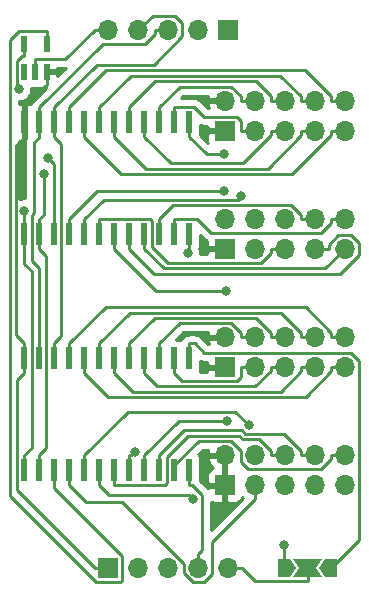
<source format=gtl>
%TF.GenerationSoftware,KiCad,Pcbnew,(5.1.6-0-10_14)*%
%TF.CreationDate,2020-09-10T15:49:12+09:00*%
%TF.ProjectId,qPCR-photo_mux_CD74HC4067M96,71504352-2d70-4686-9f74-6f5f6d75785f,rev?*%
%TF.SameCoordinates,Original*%
%TF.FileFunction,Copper,L1,Top*%
%TF.FilePolarity,Positive*%
%FSLAX46Y46*%
G04 Gerber Fmt 4.6, Leading zero omitted, Abs format (unit mm)*
G04 Created by KiCad (PCBNEW (5.1.6-0-10_14)) date 2020-09-10 15:49:12*
%MOMM*%
%LPD*%
G01*
G04 APERTURE LIST*
%TA.AperFunction,ComponentPad*%
%ADD10O,1.700000X1.700000*%
%TD*%
%TA.AperFunction,ComponentPad*%
%ADD11R,1.700000X1.700000*%
%TD*%
%TA.AperFunction,SMDPad,CuDef*%
%ADD12C,0.100000*%
%TD*%
%TA.AperFunction,Conductor*%
%ADD13C,0.100000*%
%TD*%
%TA.AperFunction,SMDPad,CuDef*%
%ADD14R,0.558800X1.879600*%
%TD*%
%TA.AperFunction,SMDPad,CuDef*%
%ADD15R,0.558800X1.473200*%
%TD*%
%TA.AperFunction,ViaPad*%
%ADD16C,0.800000*%
%TD*%
%TA.AperFunction,Conductor*%
%ADD17C,0.250000*%
%TD*%
%TA.AperFunction,Conductor*%
%ADD18C,0.254000*%
%TD*%
G04 APERTURE END LIST*
D10*
%TO.P,J1,5*%
%TO.N,PD_MUX_OUT*%
X103298000Y-110000000D03*
%TO.P,J1,4*%
%TO.N,VCC_LOGIC*%
X100758000Y-110000000D03*
%TO.P,J1,3*%
%TO.N,-10V*%
X98218000Y-110000000D03*
%TO.P,J1,2*%
%TO.N,+10V*%
X95678000Y-110000000D03*
D11*
%TO.P,J1,1*%
%TO.N,GND*%
X93138000Y-110000000D03*
%TD*%
%TO.P,J2,1*%
%TO.N,ADDRESSA3*%
X103298000Y-64440000D03*
D10*
%TO.P,J2,2*%
%TO.N,ADDRESSA2*%
X100758000Y-64440000D03*
%TO.P,J2,3*%
%TO.N,ADDRESSA1*%
X98218000Y-64440000D03*
%TO.P,J2,4*%
%TO.N,ADDRESSA0*%
X95678000Y-64440000D03*
%TO.P,J2,5*%
%TO.N,MUX_SELECT*%
X93138000Y-64440000D03*
%TD*%
%TA.AperFunction,SMDPad,CuDef*%
D12*
%TO.P,JP1,1*%
%TO.N,/PD_MUX_OUT1*%
G36*
X109000000Y-110000000D02*
G01*
X108500000Y-110750000D01*
X107500000Y-110750000D01*
X107500000Y-109250000D01*
X108500000Y-109250000D01*
X109000000Y-110000000D01*
G37*
%TD.AperFunction*%
%TA.AperFunction,Conductor*%
D13*
%TD*%
%TO.N,PD_MUX_OUT*%
%TO.C,JP1*%
G36*
X110700000Y-110000000D02*
G01*
X111200000Y-110750000D01*
X108800000Y-110750000D01*
X109300000Y-110000000D01*
X108800000Y-109250000D01*
X111200000Y-109250000D01*
X110700000Y-110000000D01*
G37*
%TD.AperFunction*%
%TA.AperFunction,SMDPad,CuDef*%
D12*
%TO.P,JP1,3*%
%TO.N,/PD_MUX_OUT2*%
G36*
X111000000Y-110000000D02*
G01*
X111500000Y-109250000D01*
X112500000Y-109250000D01*
X112500000Y-110750000D01*
X111500000Y-110750000D01*
X111000000Y-110000000D01*
G37*
%TD.AperFunction*%
%TD*%
D10*
%TO.P,N_PD1,10*%
%TO.N,N_PD1_OUT1*%
X113160000Y-70460000D03*
%TO.P,N_PD1,9*%
%TO.N,N_PD1_OUT2*%
X113160000Y-73000000D03*
%TO.P,N_PD1,8*%
%TO.N,N_PD1_OUT3*%
X110620000Y-70460000D03*
%TO.P,N_PD1,7*%
%TO.N,N_PD1_OUT4*%
X110620000Y-73000000D03*
%TO.P,N_PD1,6*%
%TO.N,N_PD1_OUT5*%
X108080000Y-70460000D03*
%TO.P,N_PD1,5*%
%TO.N,N_PD1_OUT6*%
X108080000Y-73000000D03*
%TO.P,N_PD1,4*%
%TO.N,N_PD1_OUT7*%
X105540000Y-70460000D03*
%TO.P,N_PD1,3*%
%TO.N,N_PD1_OUT8*%
X105540000Y-73000000D03*
%TO.P,N_PD1,2*%
%TO.N,GND*%
X103000000Y-70460000D03*
D11*
%TO.P,N_PD1,1*%
X103000000Y-73000000D03*
%TD*%
%TO.P,N_PD2,1*%
%TO.N,GND*%
X103000000Y-83000000D03*
D10*
%TO.P,N_PD2,2*%
X103000000Y-80460000D03*
%TO.P,N_PD2,3*%
%TO.N,N_PD1_OUT16*%
X105540000Y-83000000D03*
%TO.P,N_PD2,4*%
%TO.N,N_PD1_OUT15*%
X105540000Y-80460000D03*
%TO.P,N_PD2,5*%
%TO.N,N_PD1_OUT14*%
X108080000Y-83000000D03*
%TO.P,N_PD2,6*%
%TO.N,N_PD1_OUT13*%
X108080000Y-80460000D03*
%TO.P,N_PD2,7*%
%TO.N,N_PD1_OUT12*%
X110620000Y-83000000D03*
%TO.P,N_PD2,8*%
%TO.N,N_PD1_OUT10*%
X110620000Y-80460000D03*
%TO.P,N_PD2,9*%
%TO.N,N_PD1_OUT11*%
X113160000Y-83000000D03*
%TO.P,N_PD2,10*%
%TO.N,N_PD1_OUT9*%
X113160000Y-80460000D03*
%TD*%
D11*
%TO.P,S_PD1,1*%
%TO.N,GND*%
X103000000Y-93000000D03*
D10*
%TO.P,S_PD1,2*%
X103000000Y-90460000D03*
%TO.P,S_PD1,3*%
%TO.N,S_PD1_OUT8*%
X105540000Y-93000000D03*
%TO.P,S_PD1,4*%
%TO.N,S_PD1_OUT7*%
X105540000Y-90460000D03*
%TO.P,S_PD1,5*%
%TO.N,S_PD1_OUT6*%
X108080000Y-93000000D03*
%TO.P,S_PD1,6*%
%TO.N,S_PD1_OUT5*%
X108080000Y-90460000D03*
%TO.P,S_PD1,7*%
%TO.N,S_PD1_OUT4*%
X110620000Y-93000000D03*
%TO.P,S_PD1,8*%
%TO.N,S_PD1_OUT3*%
X110620000Y-90460000D03*
%TO.P,S_PD1,9*%
%TO.N,S_PD1_OUT2*%
X113160000Y-93000000D03*
%TO.P,S_PD1,10*%
%TO.N,S_PD1_OUT1*%
X113160000Y-90460000D03*
%TD*%
%TO.P,S_PD2,10*%
%TO.N,S_PD1_OUT9*%
X113160000Y-100460000D03*
%TO.P,S_PD2,9*%
%TO.N,S_PD1_OUT11*%
X113160000Y-103000000D03*
%TO.P,S_PD2,8*%
%TO.N,S_PD1_OUT10*%
X110620000Y-100460000D03*
%TO.P,S_PD2,7*%
%TO.N,S_PD1_OUT12*%
X110620000Y-103000000D03*
%TO.P,S_PD2,6*%
%TO.N,S_PD1_OUT13*%
X108080000Y-100460000D03*
%TO.P,S_PD2,5*%
%TO.N,S_PD1_OUT14*%
X108080000Y-103000000D03*
%TO.P,S_PD2,4*%
%TO.N,S_PD1_OUT15*%
X105540000Y-100460000D03*
%TO.P,S_PD2,3*%
%TO.N,S_PD1_OUT16*%
X105540000Y-103000000D03*
%TO.P,S_PD2,2*%
%TO.N,GND*%
X103000000Y-100460000D03*
D11*
%TO.P,S_PD2,1*%
X103000000Y-103000000D03*
%TD*%
D14*
%TO.P,U1,1*%
%TO.N,/PD_MUX_OUT2*%
X99985000Y-92262900D03*
%TO.P,U1,2*%
%TO.N,S_PD1_OUT8*%
X98715000Y-92262900D03*
%TO.P,U1,3*%
%TO.N,S_PD1_OUT7*%
X97445000Y-92262900D03*
%TO.P,U1,4*%
%TO.N,S_PD1_OUT6*%
X96175000Y-92262900D03*
%TO.P,U1,5*%
%TO.N,S_PD1_OUT5*%
X94905000Y-92262900D03*
%TO.P,U1,6*%
%TO.N,S_PD1_OUT4*%
X93635000Y-92262900D03*
%TO.P,U1,7*%
%TO.N,S_PD1_OUT3*%
X92365000Y-92262900D03*
%TO.P,U1,8*%
%TO.N,S_PD1_OUT2*%
X91095000Y-92262900D03*
%TO.P,U1,9*%
%TO.N,S_PD1_OUT1*%
X89825000Y-92262900D03*
%TO.P,U1,10*%
%TO.N,ADDRESSA0*%
X88555000Y-92262900D03*
%TO.P,U1,11*%
%TO.N,ADDRESSA1*%
X87285000Y-92262900D03*
%TO.P,U1,12*%
%TO.N,GND*%
X86015000Y-92262900D03*
%TO.P,U1,13*%
%TO.N,ADDRESSA3*%
X86015000Y-101737100D03*
%TO.P,U1,14*%
%TO.N,ADDRESSA2*%
X87285000Y-101737100D03*
%TO.P,U1,15*%
%TO.N,/MUX_SELECT_INV*%
X88555000Y-101737100D03*
%TO.P,U1,16*%
%TO.N,S_PD1_OUT16*%
X89825000Y-101737100D03*
%TO.P,U1,17*%
%TO.N,S_PD1_OUT15*%
X91095000Y-101737100D03*
%TO.P,U1,18*%
%TO.N,S_PD1_OUT14*%
X92365000Y-101737100D03*
%TO.P,U1,19*%
%TO.N,S_PD1_OUT13*%
X93635000Y-101737100D03*
%TO.P,U1,20*%
%TO.N,S_PD1_OUT12*%
X94905000Y-101737100D03*
%TO.P,U1,21*%
%TO.N,S_PD1_OUT11*%
X96175000Y-101737100D03*
%TO.P,U1,22*%
%TO.N,S_PD1_OUT10*%
X97445000Y-101737100D03*
%TO.P,U1,23*%
%TO.N,S_PD1_OUT9*%
X98715000Y-101737100D03*
%TO.P,U1,24*%
%TO.N,VCC_LOGIC*%
X99985000Y-101737100D03*
%TD*%
D15*
%TO.P,U2,5*%
%TO.N,VCC_LOGIC*%
X85999999Y-65612400D03*
%TO.P,U2,4*%
%TO.N,/MUX_SELECT_INV*%
X87900001Y-65612400D03*
%TO.P,U2,3*%
%TO.N,GND*%
X87900001Y-68000000D03*
%TO.P,U2,2*%
%TO.N,MUX_SELECT*%
X86950000Y-68000000D03*
%TO.P,U2,1*%
%TO.N,Net-(U2-Pad1)*%
X85999999Y-68000000D03*
%TD*%
D14*
%TO.P,U3,24*%
%TO.N,VCC_LOGIC*%
X99985000Y-81737100D03*
%TO.P,U3,23*%
%TO.N,N_PD1_OUT9*%
X98715000Y-81737100D03*
%TO.P,U3,22*%
%TO.N,N_PD1_OUT10*%
X97445000Y-81737100D03*
%TO.P,U3,21*%
%TO.N,N_PD1_OUT11*%
X96175000Y-81737100D03*
%TO.P,U3,20*%
%TO.N,N_PD1_OUT12*%
X94905000Y-81737100D03*
%TO.P,U3,19*%
%TO.N,N_PD1_OUT13*%
X93635000Y-81737100D03*
%TO.P,U3,18*%
%TO.N,N_PD1_OUT14*%
X92365000Y-81737100D03*
%TO.P,U3,17*%
%TO.N,N_PD1_OUT15*%
X91095000Y-81737100D03*
%TO.P,U3,16*%
%TO.N,N_PD1_OUT16*%
X89825000Y-81737100D03*
%TO.P,U3,15*%
%TO.N,MUX_SELECT*%
X88555000Y-81737100D03*
%TO.P,U3,14*%
%TO.N,ADDRESSA2*%
X87285000Y-81737100D03*
%TO.P,U3,13*%
%TO.N,ADDRESSA3*%
X86015000Y-81737100D03*
%TO.P,U3,12*%
%TO.N,GND*%
X86015000Y-72262900D03*
%TO.P,U3,11*%
%TO.N,ADDRESSA1*%
X87285000Y-72262900D03*
%TO.P,U3,10*%
%TO.N,ADDRESSA0*%
X88555000Y-72262900D03*
%TO.P,U3,9*%
%TO.N,N_PD1_OUT1*%
X89825000Y-72262900D03*
%TO.P,U3,8*%
%TO.N,N_PD1_OUT2*%
X91095000Y-72262900D03*
%TO.P,U3,7*%
%TO.N,N_PD1_OUT3*%
X92365000Y-72262900D03*
%TO.P,U3,6*%
%TO.N,N_PD1_OUT4*%
X93635000Y-72262900D03*
%TO.P,U3,5*%
%TO.N,N_PD1_OUT5*%
X94905000Y-72262900D03*
%TO.P,U3,4*%
%TO.N,N_PD1_OUT6*%
X96175000Y-72262900D03*
%TO.P,U3,3*%
%TO.N,N_PD1_OUT7*%
X97445000Y-72262900D03*
%TO.P,U3,2*%
%TO.N,N_PD1_OUT8*%
X98715000Y-72262900D03*
%TO.P,U3,1*%
%TO.N,/PD_MUX_OUT1*%
X99985000Y-72262900D03*
%TD*%
D16*
%TO.N,VCC_LOGIC*%
X85563500Y-69465700D03*
X99891700Y-83363600D03*
%TO.N,ADDRESSA3*%
X86015000Y-79753000D03*
%TO.N,ADDRESSA2*%
X87648700Y-76630100D03*
%TO.N,MUX_SELECT*%
X88049500Y-75273000D03*
%TO.N,/PD_MUX_OUT1*%
X108000000Y-108091900D03*
X102911600Y-74997400D03*
%TO.N,N_PD1_OUT16*%
X102884600Y-78088300D03*
%TO.N,N_PD1_OUT15*%
X104342700Y-78558000D03*
%TO.N,N_PD1_OUT13*%
X103115200Y-86557400D03*
%TO.N,S_PD1_OUT11*%
X103181500Y-97563500D03*
%TO.N,S_PD1_OUT12*%
X95386900Y-100173300D03*
%TO.N,S_PD1_OUT14*%
X100328400Y-104139000D03*
%TO.N,S_PD1_OUT15*%
X105014300Y-97926700D03*
%TD*%
D17*
%TO.N,PD_MUX_OUT*%
X103298000Y-110000000D02*
X104473300Y-110000000D01*
X110000000Y-110000000D02*
X110000000Y-111075300D01*
X110000000Y-111075300D02*
X105548600Y-111075300D01*
X105548600Y-111075300D02*
X104473300Y-110000000D01*
%TO.N,VCC_LOGIC*%
X100758000Y-110000000D02*
X100758000Y-108824700D01*
X100758000Y-108824700D02*
X101053700Y-108529000D01*
X101053700Y-108529000D02*
X101053700Y-103838500D01*
X101053700Y-103838500D02*
X100217400Y-103002200D01*
X100217400Y-103002200D02*
X99985000Y-103002200D01*
X99985000Y-101737100D02*
X99985000Y-103002200D01*
X86000000Y-66674300D02*
X85848700Y-66674300D01*
X85848700Y-66674300D02*
X85395300Y-67127700D01*
X85395300Y-67127700D02*
X85395300Y-69297500D01*
X85395300Y-69297500D02*
X85563500Y-69465700D01*
X86000000Y-65612400D02*
X86000000Y-66674300D01*
X99985000Y-81737100D02*
X99985000Y-83002200D01*
X99985000Y-83002200D02*
X99891700Y-83095500D01*
X99891700Y-83095500D02*
X99891700Y-83363600D01*
%TO.N,GND*%
X86015000Y-72262900D02*
X86015000Y-70997800D01*
X86015000Y-70997800D02*
X87900000Y-69112800D01*
X87900000Y-69112800D02*
X87900000Y-68000000D01*
X86015000Y-72895400D02*
X86015000Y-72262900D01*
X86015000Y-72895400D02*
X86015000Y-73528000D01*
X86015000Y-92262900D02*
X86015000Y-90997800D01*
X86015000Y-73528000D02*
X85276900Y-74266100D01*
X85276900Y-74266100D02*
X85276900Y-90259700D01*
X85276900Y-90259700D02*
X86015000Y-90997800D01*
X93138000Y-110000000D02*
X91962700Y-110000000D01*
X86015000Y-92262900D02*
X86015000Y-93528000D01*
X86015000Y-93528000D02*
X85410200Y-94132800D01*
X85410200Y-94132800D02*
X85410200Y-103447500D01*
X85410200Y-103447500D02*
X91962700Y-110000000D01*
X103000000Y-103000000D02*
X103000000Y-100460000D01*
%TO.N,ADDRESSA3*%
X86015000Y-81737100D02*
X86015000Y-79753000D01*
X86015000Y-83002200D02*
X86015000Y-84275800D01*
X86015000Y-84275800D02*
X86624600Y-84885400D01*
X86624600Y-84885400D02*
X86624600Y-99862400D01*
X86624600Y-99862400D02*
X86015000Y-100472000D01*
X86015000Y-101737100D02*
X86015000Y-100472000D01*
X86015000Y-81737100D02*
X86015000Y-83002200D01*
%TO.N,ADDRESSA2*%
X87285000Y-81737100D02*
X87285000Y-80472000D01*
X87285000Y-81737100D02*
X87285000Y-83002200D01*
X87285000Y-83002200D02*
X87889700Y-83606900D01*
X87889700Y-83606900D02*
X87889700Y-99867300D01*
X87889700Y-99867300D02*
X87285000Y-100472000D01*
X87285000Y-101737100D02*
X87285000Y-100472000D01*
X87285000Y-80472000D02*
X87648700Y-80108300D01*
X87648700Y-80108300D02*
X87648700Y-76630100D01*
%TO.N,ADDRESSA1*%
X98218000Y-64440000D02*
X97042700Y-64440000D01*
X87285000Y-72262900D02*
X87285000Y-70997800D01*
X87285000Y-70997800D02*
X92667500Y-65615300D01*
X92667500Y-65615300D02*
X96234800Y-65615300D01*
X96234800Y-65615300D02*
X97042700Y-64807400D01*
X97042700Y-64807400D02*
X97042700Y-64440000D01*
X87285000Y-72895400D02*
X87285000Y-72262900D01*
X87285000Y-72895400D02*
X87285000Y-73528000D01*
X87285000Y-73528000D02*
X86807900Y-74005100D01*
X86807900Y-74005100D02*
X86807900Y-79986000D01*
X86807900Y-79986000D02*
X86680200Y-80113700D01*
X86680200Y-80113700D02*
X86680200Y-83985900D01*
X86680200Y-83985900D02*
X87285000Y-84590700D01*
X87285000Y-84590700D02*
X87285000Y-92262900D01*
%TO.N,ADDRESSA0*%
X88555000Y-72262900D02*
X88555000Y-70997800D01*
X88555000Y-70997800D02*
X92140100Y-67412700D01*
X92140100Y-67412700D02*
X96985900Y-67412700D01*
X96985900Y-67412700D02*
X99399000Y-64999600D01*
X99399000Y-64999600D02*
X99399000Y-63887300D01*
X99399000Y-63887300D02*
X98754500Y-63242800D01*
X98754500Y-63242800D02*
X96875200Y-63242800D01*
X96875200Y-63242800D02*
X95678000Y-64440000D01*
X88555000Y-72895400D02*
X88555000Y-72262900D01*
X88555000Y-72895400D02*
X88555000Y-73528000D01*
X88555000Y-90997800D02*
X89159700Y-90393100D01*
X89159700Y-90393100D02*
X89159700Y-74132700D01*
X89159700Y-74132700D02*
X88555000Y-73528000D01*
X88555000Y-92262900D02*
X88555000Y-90997800D01*
%TO.N,MUX_SELECT*%
X88555000Y-81737100D02*
X88555000Y-75778500D01*
X88555000Y-75778500D02*
X88049500Y-75273000D01*
X86950000Y-68000000D02*
X86950000Y-66938100D01*
X93138000Y-64440000D02*
X91962700Y-64440000D01*
X91962700Y-64440000D02*
X89464600Y-66938100D01*
X89464600Y-66938100D02*
X86950000Y-66938100D01*
%TO.N,/PD_MUX_OUT1*%
X99985000Y-72262900D02*
X99985000Y-73528000D01*
X108000000Y-108091900D02*
X108000000Y-110000000D01*
X99985000Y-73528000D02*
X101454400Y-74997400D01*
X101454400Y-74997400D02*
X102911600Y-74997400D01*
%TO.N,/PD_MUX_OUT2*%
X99985000Y-92262900D02*
X99985000Y-90997800D01*
X99985000Y-90997800D02*
X100438500Y-90997800D01*
X100438500Y-90997800D02*
X101237300Y-91796600D01*
X101237300Y-91796600D02*
X113666000Y-91796600D01*
X113666000Y-91796600D02*
X114335300Y-92465900D01*
X114335300Y-92465900D02*
X114335300Y-107664700D01*
X114335300Y-107664700D02*
X112000000Y-110000000D01*
%TO.N,N_PD1_OUT1*%
X89825000Y-70997800D02*
X92959700Y-67863100D01*
X92959700Y-67863100D02*
X109755100Y-67863100D01*
X109755100Y-67863100D02*
X111984700Y-70092700D01*
X111984700Y-70092700D02*
X111984700Y-70460000D01*
X113160000Y-70460000D02*
X111984700Y-70460000D01*
X89825000Y-72262900D02*
X89825000Y-70997800D01*
%TO.N,N_PD1_OUT2*%
X113160000Y-73000000D02*
X111984700Y-73000000D01*
X91095000Y-72262900D02*
X91095000Y-73528000D01*
X91095000Y-73528000D02*
X94238700Y-76671700D01*
X94238700Y-76671700D02*
X108680300Y-76671700D01*
X108680300Y-76671700D02*
X111984700Y-73367300D01*
X111984700Y-73367300D02*
X111984700Y-73000000D01*
%TO.N,N_PD1_OUT3*%
X92365000Y-70997800D02*
X95017100Y-68345700D01*
X95017100Y-68345700D02*
X107697700Y-68345700D01*
X107697700Y-68345700D02*
X109444700Y-70092700D01*
X109444700Y-70092700D02*
X109444700Y-70460000D01*
X110620000Y-70460000D02*
X109444700Y-70460000D01*
X92365000Y-72262900D02*
X92365000Y-70997800D01*
%TO.N,N_PD1_OUT4*%
X109444700Y-73000000D02*
X109444700Y-73367300D01*
X109444700Y-73367300D02*
X106607700Y-76204300D01*
X106607700Y-76204300D02*
X96311300Y-76204300D01*
X96311300Y-76204300D02*
X93635000Y-73528000D01*
X110620000Y-73000000D02*
X109444700Y-73000000D01*
X93635000Y-72262900D02*
X93635000Y-73528000D01*
%TO.N,N_PD1_OUT5*%
X94905000Y-70997800D02*
X97091300Y-68811500D01*
X97091300Y-68811500D02*
X105623500Y-68811500D01*
X105623500Y-68811500D02*
X106904700Y-70092700D01*
X106904700Y-70092700D02*
X106904700Y-70460000D01*
X108080000Y-70460000D02*
X106904700Y-70460000D01*
X94905000Y-72262900D02*
X94905000Y-70997800D01*
%TO.N,N_PD1_OUT6*%
X106904700Y-73000000D02*
X106904700Y-73367300D01*
X106904700Y-73367300D02*
X104524000Y-75748000D01*
X104524000Y-75748000D02*
X98395000Y-75748000D01*
X98395000Y-75748000D02*
X96175000Y-73528000D01*
X108080000Y-73000000D02*
X106904700Y-73000000D01*
X96175000Y-72262900D02*
X96175000Y-73528000D01*
%TO.N,N_PD1_OUT7*%
X105540000Y-70460000D02*
X104364700Y-70460000D01*
X97445000Y-72262900D02*
X97445000Y-70997800D01*
X97445000Y-70997800D02*
X99158100Y-69284700D01*
X99158100Y-69284700D02*
X103556800Y-69284700D01*
X103556800Y-69284700D02*
X104364700Y-70092600D01*
X104364700Y-70092600D02*
X104364700Y-70460000D01*
%TO.N,N_PD1_OUT8*%
X105540000Y-73000000D02*
X104364700Y-73000000D01*
X98715000Y-72262900D02*
X98715000Y-70997800D01*
X98715000Y-70997800D02*
X100409400Y-70997800D01*
X100409400Y-70997800D02*
X101236300Y-71824700D01*
X101236300Y-71824700D02*
X103997500Y-71824700D01*
X103997500Y-71824700D02*
X104364700Y-72191900D01*
X104364700Y-72191900D02*
X104364700Y-73000000D01*
%TO.N,N_PD1_OUT16*%
X89825000Y-80472000D02*
X92208700Y-78088300D01*
X92208700Y-78088300D02*
X102884600Y-78088300D01*
X89825000Y-81737100D02*
X89825000Y-80472000D01*
%TO.N,N_PD1_OUT15*%
X91095000Y-80472000D02*
X92732700Y-78834300D01*
X92732700Y-78834300D02*
X104066400Y-78834300D01*
X104066400Y-78834300D02*
X104342700Y-78558000D01*
X91095000Y-81737100D02*
X91095000Y-80472000D01*
%TO.N,N_PD1_OUT14*%
X108080000Y-83000000D02*
X106904700Y-83000000D01*
X92365000Y-81737100D02*
X92365000Y-80472000D01*
X92365000Y-80472000D02*
X96635800Y-80472000D01*
X96635800Y-80472000D02*
X96812000Y-80648200D01*
X96812000Y-80648200D02*
X96812000Y-82815000D01*
X96812000Y-82815000D02*
X98172300Y-84175300D01*
X98172300Y-84175300D02*
X106096800Y-84175300D01*
X106096800Y-84175300D02*
X106904700Y-83367400D01*
X106904700Y-83367400D02*
X106904700Y-83000000D01*
%TO.N,N_PD1_OUT13*%
X93635000Y-83002200D02*
X97190200Y-86557400D01*
X97190200Y-86557400D02*
X103115200Y-86557400D01*
X93635000Y-81737100D02*
X93635000Y-83002200D01*
%TO.N,N_PD1_OUT12*%
X111795300Y-83000000D02*
X111795300Y-82632600D01*
X111795300Y-82632600D02*
X112603200Y-81824700D01*
X112603200Y-81824700D02*
X113655000Y-81824700D01*
X113655000Y-81824700D02*
X114345400Y-82515100D01*
X114345400Y-82515100D02*
X114345400Y-83477900D01*
X114345400Y-83477900D02*
X112724300Y-85099000D01*
X112724300Y-85099000D02*
X97001800Y-85099000D01*
X97001800Y-85099000D02*
X94905000Y-83002200D01*
X110620000Y-83000000D02*
X111795300Y-83000000D01*
X94905000Y-81737100D02*
X94905000Y-83002200D01*
%TO.N,N_PD1_OUT10*%
X110620000Y-80460000D02*
X109444700Y-80460000D01*
X97445000Y-81737100D02*
X97445000Y-80472000D01*
X97445000Y-80472000D02*
X98632300Y-79284700D01*
X98632300Y-79284700D02*
X108636800Y-79284700D01*
X108636800Y-79284700D02*
X109444700Y-80092600D01*
X109444700Y-80092600D02*
X109444700Y-80460000D01*
%TO.N,N_PD1_OUT11*%
X113160000Y-83000000D02*
X111513800Y-84646200D01*
X111513800Y-84646200D02*
X97819000Y-84646200D01*
X97819000Y-84646200D02*
X96175000Y-83002200D01*
X96175000Y-81737100D02*
X96175000Y-83002200D01*
%TO.N,N_PD1_OUT9*%
X113160000Y-80460000D02*
X111984700Y-80460000D01*
X98715000Y-81737100D02*
X98715000Y-80472000D01*
X98715000Y-80472000D02*
X100619900Y-80472000D01*
X100619900Y-80472000D02*
X101783200Y-81635300D01*
X101783200Y-81635300D02*
X111176800Y-81635300D01*
X111176800Y-81635300D02*
X111984700Y-80827400D01*
X111984700Y-80827400D02*
X111984700Y-80460000D01*
%TO.N,S_PD1_OUT8*%
X98715000Y-92262900D02*
X98715000Y-93528000D01*
X105540000Y-93000000D02*
X104364700Y-93000000D01*
X104364700Y-93000000D02*
X104364700Y-93808100D01*
X104364700Y-93808100D02*
X103997500Y-94175300D01*
X103997500Y-94175300D02*
X99362300Y-94175300D01*
X99362300Y-94175300D02*
X98715000Y-93528000D01*
%TO.N,S_PD1_OUT7*%
X105540000Y-90460000D02*
X104364700Y-90460000D01*
X97445000Y-92262900D02*
X97445000Y-90997800D01*
X97445000Y-90997800D02*
X99158100Y-89284700D01*
X99158100Y-89284700D02*
X103556800Y-89284700D01*
X103556800Y-89284700D02*
X104364700Y-90092600D01*
X104364700Y-90092600D02*
X104364700Y-90460000D01*
%TO.N,S_PD1_OUT6*%
X96175000Y-93528000D02*
X97272600Y-94625600D01*
X97272600Y-94625600D02*
X105580400Y-94625600D01*
X105580400Y-94625600D02*
X106904700Y-93301300D01*
X106904700Y-93301300D02*
X106904700Y-93000000D01*
X108080000Y-93000000D02*
X106904700Y-93000000D01*
X96175000Y-92262900D02*
X96175000Y-93528000D01*
%TO.N,S_PD1_OUT5*%
X94905000Y-92262900D02*
X94905000Y-90997800D01*
X108080000Y-90460000D02*
X106904700Y-90460000D01*
X106904700Y-90460000D02*
X106904700Y-90097700D01*
X106904700Y-90097700D02*
X105641400Y-88834400D01*
X105641400Y-88834400D02*
X97068400Y-88834400D01*
X97068400Y-88834400D02*
X94905000Y-90997800D01*
%TO.N,S_PD1_OUT4*%
X93635000Y-93528000D02*
X95182900Y-95075900D01*
X95182900Y-95075900D02*
X107736200Y-95075900D01*
X107736200Y-95075900D02*
X109444700Y-93367400D01*
X109444700Y-93367400D02*
X109444700Y-93000000D01*
X110620000Y-93000000D02*
X109444700Y-93000000D01*
X93635000Y-92262900D02*
X93635000Y-93528000D01*
%TO.N,S_PD1_OUT3*%
X92365000Y-90997800D02*
X94978700Y-88384100D01*
X94978700Y-88384100D02*
X107736200Y-88384100D01*
X107736200Y-88384100D02*
X109444700Y-90092600D01*
X109444700Y-90092600D02*
X109444700Y-90460000D01*
X110620000Y-90460000D02*
X109444700Y-90460000D01*
X92365000Y-92262900D02*
X92365000Y-90997800D01*
%TO.N,S_PD1_OUT2*%
X91095000Y-93528000D02*
X93093200Y-95526200D01*
X93093200Y-95526200D02*
X109825900Y-95526200D01*
X109825900Y-95526200D02*
X111984700Y-93367400D01*
X111984700Y-93367400D02*
X111984700Y-93000000D01*
X113160000Y-93000000D02*
X111984700Y-93000000D01*
X91095000Y-92262900D02*
X91095000Y-93528000D01*
%TO.N,S_PD1_OUT1*%
X113160000Y-90460000D02*
X111984700Y-90460000D01*
X89825000Y-92262900D02*
X89825000Y-90997800D01*
X89825000Y-90997800D02*
X92889100Y-87933700D01*
X92889100Y-87933700D02*
X109825700Y-87933700D01*
X109825700Y-87933700D02*
X111984700Y-90092700D01*
X111984700Y-90092700D02*
X111984700Y-90460000D01*
%TO.N,S_PD1_OUT9*%
X113160000Y-100460000D02*
X111984700Y-100460000D01*
X98715000Y-101737100D02*
X98715000Y-101323000D01*
X98715000Y-101323000D02*
X100789700Y-99248300D01*
X100789700Y-99248300D02*
X103526600Y-99248300D01*
X103526600Y-99248300D02*
X104364600Y-100086300D01*
X104364600Y-100086300D02*
X104364600Y-101010900D01*
X104364600Y-101010900D02*
X104989000Y-101635300D01*
X104989000Y-101635300D02*
X111176800Y-101635300D01*
X111176800Y-101635300D02*
X111984700Y-100827400D01*
X111984700Y-100827400D02*
X111984700Y-100460000D01*
%TO.N,S_PD1_OUT11*%
X96175000Y-101737100D02*
X96175000Y-100472000D01*
X96175000Y-100472000D02*
X99083500Y-97563500D01*
X99083500Y-97563500D02*
X103181500Y-97563500D01*
%TO.N,S_PD1_OUT10*%
X97445000Y-100472000D02*
X99569400Y-98347600D01*
X99569400Y-98347600D02*
X104409500Y-98347600D01*
X104409500Y-98347600D02*
X104713900Y-98652000D01*
X104713900Y-98652000D02*
X108004100Y-98652000D01*
X108004100Y-98652000D02*
X109444700Y-100092600D01*
X109444700Y-100092600D02*
X109444700Y-100460000D01*
X110620000Y-100460000D02*
X109444700Y-100460000D01*
X97445000Y-101737100D02*
X97445000Y-100472000D01*
%TO.N,S_PD1_OUT12*%
X94905000Y-101737100D02*
X94905000Y-100472000D01*
X94905000Y-100472000D02*
X95088200Y-100472000D01*
X95088200Y-100472000D02*
X95386900Y-100173300D01*
%TO.N,S_PD1_OUT13*%
X93635000Y-103002200D02*
X97905800Y-103002200D01*
X97905800Y-103002200D02*
X98082000Y-102826000D01*
X98082000Y-102826000D02*
X98082000Y-100628900D01*
X98082000Y-100628900D02*
X99913000Y-98797900D01*
X99913000Y-98797900D02*
X104222900Y-98797900D01*
X104222900Y-98797900D02*
X104527300Y-99102300D01*
X104527300Y-99102300D02*
X105914300Y-99102300D01*
X105914300Y-99102300D02*
X106904700Y-100092700D01*
X106904700Y-100092700D02*
X106904700Y-100460000D01*
X108080000Y-100460000D02*
X106904700Y-100460000D01*
X93635000Y-101737100D02*
X93635000Y-103002200D01*
%TO.N,S_PD1_OUT14*%
X92365000Y-101737100D02*
X92365000Y-103002200D01*
X92365000Y-103002200D02*
X93161400Y-103798600D01*
X93161400Y-103798600D02*
X99988000Y-103798600D01*
X99988000Y-103798600D02*
X100328400Y-104139000D01*
%TO.N,S_PD1_OUT15*%
X91095000Y-101737100D02*
X91095000Y-100472000D01*
X91095000Y-100472000D02*
X94787500Y-96779500D01*
X94787500Y-96779500D02*
X103867100Y-96779500D01*
X103867100Y-96779500D02*
X105014300Y-97926700D01*
%TO.N,S_PD1_OUT16*%
X89825000Y-103002200D02*
X91231000Y-104408200D01*
X91231000Y-104408200D02*
X94299200Y-104408200D01*
X94299200Y-104408200D02*
X99534600Y-109643600D01*
X99534600Y-109643600D02*
X99534600Y-110443500D01*
X99534600Y-110443500D02*
X100314100Y-111223000D01*
X100314100Y-111223000D02*
X101264500Y-111223000D01*
X101264500Y-111223000D02*
X101943600Y-110543900D01*
X101943600Y-110543900D02*
X101943600Y-107771700D01*
X101943600Y-107771700D02*
X105540000Y-104175300D01*
X105540000Y-103000000D02*
X105540000Y-104175300D01*
X89825000Y-101737100D02*
X89825000Y-103002200D01*
%TO.N,/MUX_SELECT_INV*%
X87900000Y-64550500D02*
X85585700Y-64550500D01*
X85585700Y-64550500D02*
X84826500Y-65309700D01*
X84826500Y-65309700D02*
X84826500Y-103902900D01*
X84826500Y-103902900D02*
X92099000Y-111175400D01*
X92099000Y-111175400D02*
X94169100Y-111175400D01*
X94169100Y-111175400D02*
X94313400Y-111031100D01*
X94313400Y-111031100D02*
X94313400Y-108977500D01*
X94313400Y-108977500D02*
X88555000Y-103219100D01*
X88555000Y-103219100D02*
X88555000Y-101737100D01*
X87900000Y-65612400D02*
X87900000Y-64550500D01*
%TD*%
D18*
%TO.N,GND*%
G36*
X93265000Y-109873000D02*
G01*
X93285000Y-109873000D01*
X93285000Y-110127000D01*
X93265000Y-110127000D01*
X93265000Y-110147000D01*
X93011000Y-110147000D01*
X93011000Y-110127000D01*
X92991000Y-110127000D01*
X92991000Y-109873000D01*
X93011000Y-109873000D01*
X93011000Y-109853000D01*
X93265000Y-109853000D01*
X93265000Y-109873000D01*
G37*
X93265000Y-109873000D02*
X93285000Y-109873000D01*
X93285000Y-110127000D01*
X93265000Y-110127000D01*
X93265000Y-110147000D01*
X93011000Y-110147000D01*
X93011000Y-110127000D01*
X92991000Y-110127000D01*
X92991000Y-109873000D01*
X93011000Y-109873000D01*
X93011000Y-109853000D01*
X93265000Y-109853000D01*
X93265000Y-109873000D01*
G36*
X101558519Y-100103109D02*
G01*
X101679186Y-100333000D01*
X102873000Y-100333000D01*
X102873000Y-100313000D01*
X103127000Y-100313000D01*
X103127000Y-100333000D01*
X103147000Y-100333000D01*
X103147000Y-100587000D01*
X103127000Y-100587000D01*
X103127000Y-102873000D01*
X103147000Y-102873000D01*
X103147000Y-103127000D01*
X103127000Y-103127000D01*
X103127000Y-104326250D01*
X103285750Y-104485000D01*
X103850000Y-104488072D01*
X103974482Y-104475812D01*
X104094180Y-104439502D01*
X104204494Y-104380537D01*
X104301185Y-104301185D01*
X104380537Y-104204494D01*
X104439502Y-104094180D01*
X104461513Y-104021620D01*
X104540196Y-104100303D01*
X101813700Y-106826799D01*
X101813700Y-104390262D01*
X101905820Y-104439502D01*
X102025518Y-104475812D01*
X102150000Y-104488072D01*
X102714250Y-104485000D01*
X102873000Y-104326250D01*
X102873000Y-103127000D01*
X101673750Y-103127000D01*
X101545376Y-103255374D01*
X100902472Y-102612471D01*
X100902472Y-102150000D01*
X101511928Y-102150000D01*
X101515000Y-102714250D01*
X101673750Y-102873000D01*
X102873000Y-102873000D01*
X102873000Y-100587000D01*
X101679186Y-100587000D01*
X101558519Y-100816891D01*
X101655843Y-101091252D01*
X101804822Y-101341355D01*
X101981626Y-101537502D01*
X101905820Y-101560498D01*
X101795506Y-101619463D01*
X101698815Y-101698815D01*
X101619463Y-101795506D01*
X101560498Y-101905820D01*
X101524188Y-102025518D01*
X101511928Y-102150000D01*
X100902472Y-102150000D01*
X100902472Y-100797300D01*
X100890212Y-100672818D01*
X100853902Y-100553120D01*
X100794937Y-100442806D01*
X100738619Y-100374182D01*
X101104502Y-100008300D01*
X101592151Y-100008300D01*
X101558519Y-100103109D01*
G37*
X101558519Y-100103109D02*
X101679186Y-100333000D01*
X102873000Y-100333000D01*
X102873000Y-100313000D01*
X103127000Y-100313000D01*
X103127000Y-100333000D01*
X103147000Y-100333000D01*
X103147000Y-100587000D01*
X103127000Y-100587000D01*
X103127000Y-102873000D01*
X103147000Y-102873000D01*
X103147000Y-103127000D01*
X103127000Y-103127000D01*
X103127000Y-104326250D01*
X103285750Y-104485000D01*
X103850000Y-104488072D01*
X103974482Y-104475812D01*
X104094180Y-104439502D01*
X104204494Y-104380537D01*
X104301185Y-104301185D01*
X104380537Y-104204494D01*
X104439502Y-104094180D01*
X104461513Y-104021620D01*
X104540196Y-104100303D01*
X101813700Y-106826799D01*
X101813700Y-104390262D01*
X101905820Y-104439502D01*
X102025518Y-104475812D01*
X102150000Y-104488072D01*
X102714250Y-104485000D01*
X102873000Y-104326250D01*
X102873000Y-103127000D01*
X101673750Y-103127000D01*
X101545376Y-103255374D01*
X100902472Y-102612471D01*
X100902472Y-102150000D01*
X101511928Y-102150000D01*
X101515000Y-102714250D01*
X101673750Y-102873000D01*
X102873000Y-102873000D01*
X102873000Y-100587000D01*
X101679186Y-100587000D01*
X101558519Y-100816891D01*
X101655843Y-101091252D01*
X101804822Y-101341355D01*
X101981626Y-101537502D01*
X101905820Y-101560498D01*
X101795506Y-101619463D01*
X101698815Y-101698815D01*
X101619463Y-101795506D01*
X101560498Y-101905820D01*
X101524188Y-102025518D01*
X101511928Y-102150000D01*
X100902472Y-102150000D01*
X100902472Y-100797300D01*
X100890212Y-100672818D01*
X100853902Y-100553120D01*
X100794937Y-100442806D01*
X100738619Y-100374182D01*
X101104502Y-100008300D01*
X101592151Y-100008300D01*
X101558519Y-100103109D01*
G36*
X100945053Y-92502146D02*
G01*
X101088314Y-92545603D01*
X101199967Y-92556600D01*
X101199975Y-92556600D01*
X101237300Y-92560276D01*
X101274625Y-92556600D01*
X101514142Y-92556600D01*
X101515000Y-92714250D01*
X101673750Y-92873000D01*
X102873000Y-92873000D01*
X102873000Y-92853000D01*
X103127000Y-92853000D01*
X103127000Y-92873000D01*
X103147000Y-92873000D01*
X103147000Y-93127000D01*
X103127000Y-93127000D01*
X103127000Y-93147000D01*
X102873000Y-93147000D01*
X102873000Y-93127000D01*
X101673750Y-93127000D01*
X101515000Y-93285750D01*
X101514295Y-93415300D01*
X100863482Y-93415300D01*
X100890212Y-93327182D01*
X100902472Y-93202700D01*
X100902472Y-92479386D01*
X100945053Y-92502146D01*
G37*
X100945053Y-92502146D02*
X101088314Y-92545603D01*
X101199967Y-92556600D01*
X101199975Y-92556600D01*
X101237300Y-92560276D01*
X101274625Y-92556600D01*
X101514142Y-92556600D01*
X101515000Y-92714250D01*
X101673750Y-92873000D01*
X102873000Y-92873000D01*
X102873000Y-92853000D01*
X103127000Y-92853000D01*
X103127000Y-92873000D01*
X103147000Y-92873000D01*
X103147000Y-93127000D01*
X103127000Y-93127000D01*
X103127000Y-93147000D01*
X102873000Y-93147000D01*
X102873000Y-93127000D01*
X101673750Y-93127000D01*
X101515000Y-93285750D01*
X101514295Y-93415300D01*
X100863482Y-93415300D01*
X100890212Y-93327182D01*
X100902472Y-93202700D01*
X100902472Y-92479386D01*
X100945053Y-92502146D01*
G36*
X101558519Y-90103109D02*
G01*
X101679186Y-90333000D01*
X102873000Y-90333000D01*
X102873000Y-90313000D01*
X103127000Y-90313000D01*
X103127000Y-90333000D01*
X103147000Y-90333000D01*
X103147000Y-90587000D01*
X103127000Y-90587000D01*
X103127000Y-90607000D01*
X102873000Y-90607000D01*
X102873000Y-90587000D01*
X101679186Y-90587000D01*
X101558519Y-90816891D01*
X101636456Y-91036600D01*
X101552102Y-91036600D01*
X101002303Y-90486802D01*
X100978501Y-90457799D01*
X100862776Y-90362826D01*
X100730747Y-90292254D01*
X100587486Y-90248797D01*
X100475833Y-90237800D01*
X100475822Y-90237800D01*
X100438500Y-90234124D01*
X100401178Y-90237800D01*
X100022333Y-90237800D01*
X99985000Y-90234123D01*
X99947667Y-90237800D01*
X99836014Y-90248797D01*
X99692753Y-90292254D01*
X99560724Y-90362826D01*
X99444999Y-90457799D01*
X99350026Y-90573524D01*
X99279454Y-90705553D01*
X99266431Y-90748485D01*
X99238580Y-90733598D01*
X99118882Y-90697288D01*
X98994400Y-90685028D01*
X98832573Y-90685028D01*
X99472902Y-90044700D01*
X101579238Y-90044700D01*
X101558519Y-90103109D01*
G37*
X101558519Y-90103109D02*
X101679186Y-90333000D01*
X102873000Y-90333000D01*
X102873000Y-90313000D01*
X103127000Y-90313000D01*
X103127000Y-90333000D01*
X103147000Y-90333000D01*
X103147000Y-90587000D01*
X103127000Y-90587000D01*
X103127000Y-90607000D01*
X102873000Y-90607000D01*
X102873000Y-90587000D01*
X101679186Y-90587000D01*
X101558519Y-90816891D01*
X101636456Y-91036600D01*
X101552102Y-91036600D01*
X101002303Y-90486802D01*
X100978501Y-90457799D01*
X100862776Y-90362826D01*
X100730747Y-90292254D01*
X100587486Y-90248797D01*
X100475833Y-90237800D01*
X100475822Y-90237800D01*
X100438500Y-90234124D01*
X100401178Y-90237800D01*
X100022333Y-90237800D01*
X99985000Y-90234123D01*
X99947667Y-90237800D01*
X99836014Y-90248797D01*
X99692753Y-90292254D01*
X99560724Y-90362826D01*
X99444999Y-90457799D01*
X99350026Y-90573524D01*
X99279454Y-90705553D01*
X99266431Y-90748485D01*
X99238580Y-90733598D01*
X99118882Y-90697288D01*
X98994400Y-90685028D01*
X98832573Y-90685028D01*
X99472902Y-90044700D01*
X101579238Y-90044700D01*
X101558519Y-90103109D01*
G36*
X101219401Y-82146303D02*
G01*
X101243199Y-82175301D01*
X101358924Y-82270274D01*
X101490953Y-82340846D01*
X101513003Y-82347535D01*
X101515000Y-82714250D01*
X101673750Y-82873000D01*
X102873000Y-82873000D01*
X102873000Y-82853000D01*
X103127000Y-82853000D01*
X103127000Y-82873000D01*
X103147000Y-82873000D01*
X103147000Y-83127000D01*
X103127000Y-83127000D01*
X103127000Y-83147000D01*
X102873000Y-83147000D01*
X102873000Y-83127000D01*
X101673750Y-83127000D01*
X101515000Y-83285750D01*
X101514295Y-83415300D01*
X100926700Y-83415300D01*
X100926700Y-83261661D01*
X100886926Y-83061702D01*
X100839691Y-82947667D01*
X100853902Y-82921080D01*
X100890212Y-82801382D01*
X100902472Y-82676900D01*
X100902472Y-81829374D01*
X101219401Y-82146303D01*
G37*
X101219401Y-82146303D02*
X101243199Y-82175301D01*
X101358924Y-82270274D01*
X101490953Y-82340846D01*
X101513003Y-82347535D01*
X101515000Y-82714250D01*
X101673750Y-82873000D01*
X102873000Y-82873000D01*
X102873000Y-82853000D01*
X103127000Y-82853000D01*
X103127000Y-82873000D01*
X103147000Y-82873000D01*
X103147000Y-83127000D01*
X103127000Y-83127000D01*
X103127000Y-83147000D01*
X102873000Y-83147000D01*
X102873000Y-83127000D01*
X101673750Y-83127000D01*
X101515000Y-83285750D01*
X101514295Y-83415300D01*
X100926700Y-83415300D01*
X100926700Y-83261661D01*
X100886926Y-83061702D01*
X100839691Y-82947667D01*
X100853902Y-82921080D01*
X100890212Y-82801382D01*
X100902472Y-82676900D01*
X100902472Y-81829374D01*
X101219401Y-82146303D01*
G36*
X103127000Y-80333000D02*
G01*
X103147000Y-80333000D01*
X103147000Y-80587000D01*
X103127000Y-80587000D01*
X103127000Y-80607000D01*
X102873000Y-80607000D01*
X102873000Y-80587000D01*
X102853000Y-80587000D01*
X102853000Y-80333000D01*
X102873000Y-80333000D01*
X102873000Y-80313000D01*
X103127000Y-80313000D01*
X103127000Y-80333000D01*
G37*
X103127000Y-80333000D02*
X103147000Y-80333000D01*
X103147000Y-80587000D01*
X103127000Y-80587000D01*
X103127000Y-80607000D01*
X102873000Y-80607000D01*
X102873000Y-80587000D01*
X102853000Y-80587000D01*
X102853000Y-80333000D01*
X102873000Y-80333000D01*
X102873000Y-80313000D01*
X103127000Y-80313000D01*
X103127000Y-80333000D01*
G36*
X87772999Y-69371600D02*
G01*
X87836399Y-69371600D01*
X86773998Y-70434001D01*
X86745000Y-70457799D01*
X86721202Y-70486797D01*
X86721201Y-70486798D01*
X86650026Y-70573524D01*
X86579454Y-70705554D01*
X86566455Y-70748407D01*
X86540067Y-70734217D01*
X86420462Y-70697605D01*
X86300750Y-70688100D01*
X86142000Y-70846850D01*
X86142000Y-72135900D01*
X86162000Y-72135900D01*
X86162000Y-72389900D01*
X86142000Y-72389900D01*
X86142000Y-73638682D01*
X86120476Y-73678950D01*
X86102354Y-73712854D01*
X86058897Y-73856115D01*
X86047900Y-73967768D01*
X86047900Y-73967778D01*
X86044224Y-74005100D01*
X86047900Y-74042423D01*
X86047901Y-78718000D01*
X85913061Y-78718000D01*
X85713102Y-78757774D01*
X85586500Y-78810215D01*
X85586500Y-73821143D01*
X85609538Y-73828195D01*
X85729250Y-73837700D01*
X85888000Y-73678950D01*
X85888000Y-72389900D01*
X85868000Y-72389900D01*
X85868000Y-72135900D01*
X85888000Y-72135900D01*
X85888000Y-70846850D01*
X85729250Y-70688100D01*
X85609538Y-70697605D01*
X85586500Y-70704657D01*
X85586500Y-70500700D01*
X85665439Y-70500700D01*
X85865398Y-70460926D01*
X86053756Y-70382905D01*
X86223274Y-70269637D01*
X86367437Y-70125474D01*
X86480705Y-69955956D01*
X86558726Y-69767598D01*
X86598500Y-69567639D01*
X86598500Y-69367571D01*
X86670600Y-69374672D01*
X87229400Y-69374672D01*
X87353882Y-69362412D01*
X87425057Y-69340821D01*
X87494235Y-69362034D01*
X87614251Y-69371600D01*
X87772999Y-69212852D01*
X87772999Y-69371600D01*
G37*
X87772999Y-69371600D02*
X87836399Y-69371600D01*
X86773998Y-70434001D01*
X86745000Y-70457799D01*
X86721202Y-70486797D01*
X86721201Y-70486798D01*
X86650026Y-70573524D01*
X86579454Y-70705554D01*
X86566455Y-70748407D01*
X86540067Y-70734217D01*
X86420462Y-70697605D01*
X86300750Y-70688100D01*
X86142000Y-70846850D01*
X86142000Y-72135900D01*
X86162000Y-72135900D01*
X86162000Y-72389900D01*
X86142000Y-72389900D01*
X86142000Y-73638682D01*
X86120476Y-73678950D01*
X86102354Y-73712854D01*
X86058897Y-73856115D01*
X86047900Y-73967768D01*
X86047900Y-73967778D01*
X86044224Y-74005100D01*
X86047900Y-74042423D01*
X86047901Y-78718000D01*
X85913061Y-78718000D01*
X85713102Y-78757774D01*
X85586500Y-78810215D01*
X85586500Y-73821143D01*
X85609538Y-73828195D01*
X85729250Y-73837700D01*
X85888000Y-73678950D01*
X85888000Y-72389900D01*
X85868000Y-72389900D01*
X85868000Y-72135900D01*
X85888000Y-72135900D01*
X85888000Y-70846850D01*
X85729250Y-70688100D01*
X85609538Y-70697605D01*
X85586500Y-70704657D01*
X85586500Y-70500700D01*
X85665439Y-70500700D01*
X85865398Y-70460926D01*
X86053756Y-70382905D01*
X86223274Y-70269637D01*
X86367437Y-70125474D01*
X86480705Y-69955956D01*
X86558726Y-69767598D01*
X86598500Y-69567639D01*
X86598500Y-69367571D01*
X86670600Y-69374672D01*
X87229400Y-69374672D01*
X87353882Y-69362412D01*
X87425057Y-69340821D01*
X87494235Y-69362034D01*
X87614251Y-69371600D01*
X87772999Y-69212852D01*
X87772999Y-69371600D01*
G36*
X100944053Y-72530246D02*
G01*
X101087314Y-72573703D01*
X101198967Y-72584700D01*
X101198976Y-72584700D01*
X101236299Y-72588376D01*
X101273622Y-72584700D01*
X101514295Y-72584700D01*
X101515000Y-72714250D01*
X101673750Y-72873000D01*
X102873000Y-72873000D01*
X102873000Y-72853000D01*
X103127000Y-72853000D01*
X103127000Y-72873000D01*
X103147000Y-72873000D01*
X103147000Y-73127000D01*
X103127000Y-73127000D01*
X103127000Y-73147000D01*
X102873000Y-73147000D01*
X102873000Y-73127000D01*
X101673750Y-73127000D01*
X101515000Y-73285750D01*
X101511928Y-73850000D01*
X101524188Y-73974482D01*
X101531984Y-74000181D01*
X100882944Y-73351142D01*
X100890212Y-73327182D01*
X100902472Y-73202700D01*
X100902472Y-72508020D01*
X100944053Y-72530246D01*
G37*
X100944053Y-72530246D02*
X101087314Y-72573703D01*
X101198967Y-72584700D01*
X101198976Y-72584700D01*
X101236299Y-72588376D01*
X101273622Y-72584700D01*
X101514295Y-72584700D01*
X101515000Y-72714250D01*
X101673750Y-72873000D01*
X102873000Y-72873000D01*
X102873000Y-72853000D01*
X103127000Y-72853000D01*
X103127000Y-72873000D01*
X103147000Y-72873000D01*
X103147000Y-73127000D01*
X103127000Y-73127000D01*
X103127000Y-73147000D01*
X102873000Y-73147000D01*
X102873000Y-73127000D01*
X101673750Y-73127000D01*
X101515000Y-73285750D01*
X101511928Y-73850000D01*
X101524188Y-73974482D01*
X101531984Y-74000181D01*
X100882944Y-73351142D01*
X100890212Y-73327182D01*
X100902472Y-73202700D01*
X100902472Y-72508020D01*
X100944053Y-72530246D01*
G36*
X101558519Y-70103109D02*
G01*
X101679186Y-70333000D01*
X102873000Y-70333000D01*
X102873000Y-70313000D01*
X103127000Y-70313000D01*
X103127000Y-70333000D01*
X103147000Y-70333000D01*
X103147000Y-70587000D01*
X103127000Y-70587000D01*
X103127000Y-70607000D01*
X102873000Y-70607000D01*
X102873000Y-70587000D01*
X101679186Y-70587000D01*
X101558519Y-70816891D01*
X101646424Y-71064700D01*
X101551102Y-71064700D01*
X100973203Y-70486802D01*
X100949401Y-70457799D01*
X100833676Y-70362826D01*
X100701647Y-70292254D01*
X100558386Y-70248797D01*
X100446733Y-70237800D01*
X100446722Y-70237800D01*
X100409400Y-70234124D01*
X100372078Y-70237800D01*
X99279802Y-70237800D01*
X99472902Y-70044700D01*
X101579238Y-70044700D01*
X101558519Y-70103109D01*
G37*
X101558519Y-70103109D02*
X101679186Y-70333000D01*
X102873000Y-70333000D01*
X102873000Y-70313000D01*
X103127000Y-70313000D01*
X103127000Y-70333000D01*
X103147000Y-70333000D01*
X103147000Y-70587000D01*
X103127000Y-70587000D01*
X103127000Y-70607000D01*
X102873000Y-70607000D01*
X102873000Y-70587000D01*
X101679186Y-70587000D01*
X101558519Y-70816891D01*
X101646424Y-71064700D01*
X101551102Y-71064700D01*
X100973203Y-70486802D01*
X100949401Y-70457799D01*
X100833676Y-70362826D01*
X100701647Y-70292254D01*
X100558386Y-70248797D01*
X100446733Y-70237800D01*
X100446722Y-70237800D01*
X100409400Y-70234124D01*
X100372078Y-70237800D01*
X99279802Y-70237800D01*
X99472902Y-70044700D01*
X101579238Y-70044700D01*
X101558519Y-70103109D01*
G36*
X88815133Y-68392865D02*
G01*
X88814401Y-68285750D01*
X88655651Y-68127000D01*
X88027001Y-68127000D01*
X88027001Y-68147000D01*
X87867472Y-68147000D01*
X87867472Y-67853000D01*
X88027001Y-67853000D01*
X88027001Y-67873000D01*
X88655651Y-67873000D01*
X88814401Y-67714250D01*
X88814511Y-67698100D01*
X89427278Y-67698100D01*
X89464600Y-67701776D01*
X89501922Y-67698100D01*
X89501933Y-67698100D01*
X89510768Y-67697230D01*
X88815133Y-68392865D01*
G37*
X88815133Y-68392865D02*
X88814401Y-68285750D01*
X88655651Y-68127000D01*
X88027001Y-68127000D01*
X88027001Y-68147000D01*
X87867472Y-68147000D01*
X87867472Y-67853000D01*
X88027001Y-67853000D01*
X88027001Y-67873000D01*
X88655651Y-67873000D01*
X88814401Y-67714250D01*
X88814511Y-67698100D01*
X89427278Y-67698100D01*
X89464600Y-67701776D01*
X89501922Y-67698100D01*
X89501933Y-67698100D01*
X89510768Y-67697230D01*
X88815133Y-68392865D01*
%TD*%
M02*

</source>
